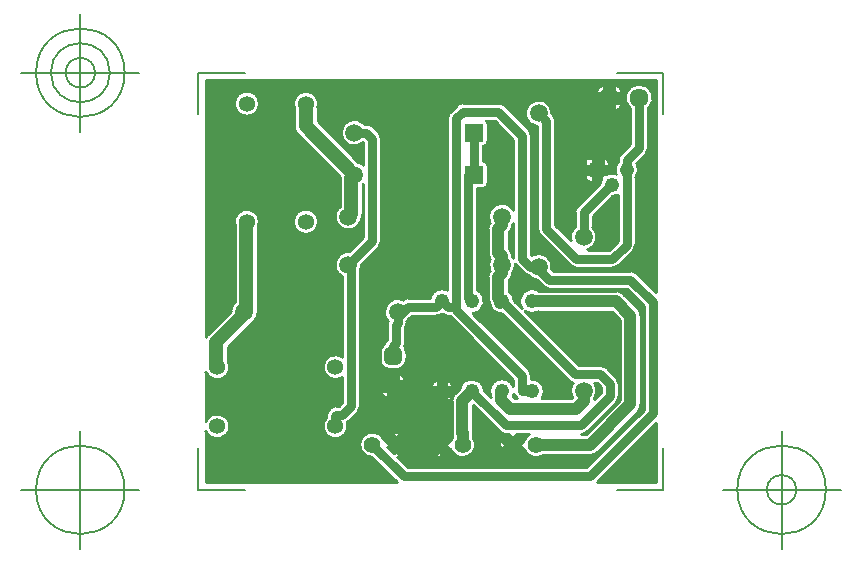
<source format=gbr>
G04 Generated by Ultiboard 14.1 *
%FSLAX33Y33*%
%MOMM*%

%ADD10C,0.001*%
%ADD11C,0.254*%
%ADD12C,1.219*%
%ADD13C,0.762*%
%ADD14C,1.016*%
%ADD15C,0.127*%
%ADD16C,1.356*%
%ADD17R,0.529X0.529*%
%ADD18C,0.995*%
%ADD19C,1.609*%
%ADD20C,1.400*%
%ADD21C,1.500*%
%ADD22C,1.245*%
%ADD23R,1.245X1.245*%
%ADD24R,1.500X1.500*%


G04 ColorRGB 0000FF for the following layer *
%LNCopper Bottom*%
%LPD*%
G54D10*
G36*
X53633Y46432D02*
G75*
D01*
G02X55703Y46218I1021J-242*
G01*
X55703Y46218D01*
X56257Y45664D01*
X56257Y45718D01*
G75*
D01*
G02X58162Y46594I937J472*
G01*
X58162Y46594D01*
X58162Y47181D01*
X55457Y49886D01*
X54577Y50767D01*
X54577Y50767D01*
X54577Y50767D01*
X54577Y50767D01*
X54577Y50767D01*
X54577Y50767D01*
X52799Y52545D01*
G74*
D01*
G02X52770Y52574I541J541*
G01*
X52770Y52574D01*
X52584Y52574D01*
G75*
D01*
G02X52495Y52579I0J766*
G01*
G74*
D01*
G02X52114Y52736I89J761*
G01*
G74*
D01*
G02X51906Y52621I470J604*
G01*
G75*
D01*
G02X51643Y52574I-262J719*
G01*
X51643Y52574D01*
X49593Y52574D01*
X49385Y52366D01*
G74*
D01*
G02X49334Y52320I542J541*
G01*
G74*
D01*
G02X49133Y52075I966J587*
G01*
X49133Y52075D01*
X49133Y51924D01*
G75*
D01*
G02X49026Y51532I-765J0*
G01*
X49026Y51532D01*
X49026Y50292D01*
G75*
D01*
G02X48952Y49964I-766J0*
G01*
G74*
D01*
G02X49122Y49444I713J520*
G01*
X49122Y49444D01*
X49122Y48915D01*
G75*
D01*
G02X48239Y48032I-883J0*
G01*
X48239Y48032D01*
X47710Y48032D01*
G75*
D01*
G02X46827Y48915I0J883*
G01*
X46827Y48915D01*
X46827Y49444D01*
G74*
D01*
G02X47230Y50185I883J0*
G01*
G74*
D01*
G02X47433Y50548I745J178*
G01*
X47433Y50548D01*
X47494Y50609D01*
X47494Y51815D01*
G75*
D01*
G02X47557Y52119I766J1*
G01*
G75*
D01*
G02X48810Y53948I811J788*
G01*
G74*
D01*
G02X48991Y54051I466J608*
G01*
G75*
D01*
G02X49276Y54106I285J-711*
G01*
X49276Y54106D01*
X51107Y54106D01*
G75*
D01*
G02X52574Y54753I1007J-296*
G01*
X52574Y54753D01*
X52574Y69297D01*
G75*
D01*
G02X52799Y69840I766J1*
G01*
X52799Y69840D01*
X53350Y70391D01*
G74*
D01*
G02X53474Y70492I542J541*
G01*
G75*
D01*
G02X53892Y70616I418J-642*
G01*
X53892Y70616D01*
X56896Y70616D01*
G74*
D01*
G02X57438Y70391I0J766*
G01*
X57438Y70391D01*
X59469Y68360D01*
G74*
D01*
G02X59694Y67818I541J542*
G01*
X59694Y67818D01*
X59694Y57721D01*
X59715Y57700D01*
G75*
D01*
G02X61404Y56519I577J-973*
G01*
X61404Y56519D01*
X61531Y56392D01*
X68071Y56392D01*
G75*
D01*
G02X68286Y56361I1J-766*
G01*
G74*
D01*
G02X68614Y56167I214J735*
G01*
X68614Y56167D01*
X70230Y54551D01*
X70230Y72521D01*
X32133Y72521D01*
X32133Y50802D01*
G74*
D01*
G02X32316Y51055I887J451*
G01*
X32316Y51055D01*
X34239Y52977D01*
G74*
D01*
G02X34565Y53703I1129J70*
G01*
X34565Y53703D01*
X34565Y60311D01*
G75*
D01*
G02X36555Y60076I1035J221*
G01*
X36555Y60076D01*
X36555Y52891D01*
G75*
D01*
G02X36263Y52186I-995J0*
G01*
X36263Y52186D01*
X34015Y49938D01*
X34015Y48752D01*
G75*
D01*
G02X32133Y47789I-915J-532*
G01*
X32133Y47789D01*
X32133Y43651D01*
G75*
D01*
G02X32133Y42789I967J-431*
G01*
X32133Y42789D01*
X32133Y38483D01*
X48318Y38483D01*
X46226Y40575D01*
G75*
D01*
G02X47228Y42067I2J1081*
G01*
G74*
D01*
G02X47242Y42100I1000J411*
G01*
X47242Y42100D01*
X47686Y41656D01*
X47498Y41468D01*
X48040Y40926D01*
X48228Y41114D01*
X48672Y40670D01*
G74*
D01*
G02X48381Y40586I444J986*
G01*
X48381Y40586D01*
X49212Y39755D01*
X64326Y39755D01*
X69211Y44640D01*
X69211Y53404D01*
X67755Y54860D01*
X61214Y54860D01*
G75*
D01*
G02X61015Y54887I0J766*
G01*
G74*
D01*
G02X60673Y55085I199J739*
G01*
X60673Y55085D01*
X60153Y55605D01*
G74*
D01*
G02X59444Y55978I139J1122*
G01*
G74*
D01*
G02X59064Y56185I161J749*
G01*
X59064Y56185D01*
X58387Y56863D01*
G74*
D01*
G02X58326Y56930I541J541*
G01*
G75*
D01*
G02X58089Y56202I-1130J-34*
G01*
X58089Y56202D01*
X58089Y56180D01*
G75*
D01*
G02X57827Y55548I-893J0*
G01*
X57827Y55548D01*
X57789Y55510D01*
X57789Y54674D01*
G74*
D01*
G02X58243Y53844I595J864*
G01*
X58243Y53844D01*
X58865Y53222D01*
G75*
D01*
G02X60284Y54703I869J588*
G01*
X60284Y54703D01*
X66839Y54703D01*
G75*
D01*
G02X67048Y54679I1J-893*
G01*
G74*
D01*
G02X67472Y54441I208J869*
G01*
X67472Y54441D01*
X68703Y53210D01*
G74*
D01*
G02X68965Y52578I631J632*
G01*
X68965Y52578D01*
X68965Y45067D01*
G75*
D01*
G02X68703Y44435I-893J0*
G01*
X68703Y44435D01*
X65287Y41019D01*
G74*
D01*
G02X64655Y40757I632J631*
G01*
X64655Y40757D01*
X60692Y40757D01*
G75*
D01*
G02X59083Y41240I-609J893*
G01*
G74*
D01*
G02X59069Y41206I1000J410*
G01*
X59069Y41206D01*
X58625Y41650D01*
X59069Y42094D01*
G74*
D01*
G02X59083Y42061I986J444*
G01*
G74*
D01*
G02X59471Y42541I1000J411*
G01*
X59471Y42541D01*
X58432Y42541D01*
X58083Y42192D01*
X57734Y42541D01*
X57531Y42541D01*
G75*
D01*
G02X57386Y42555I0J766*
G01*
G74*
D01*
G02X56990Y42766I145J752*
G01*
X56990Y42766D01*
X54741Y45014D01*
X54741Y42823D01*
G74*
D01*
G02X54757Y42656I877J167*
G01*
X54757Y42656D01*
X54757Y42259D01*
G75*
D01*
G02X52864Y41240I-893J-609*
G01*
G74*
D01*
G02X52850Y41206I1000J410*
G01*
X52850Y41206D01*
X52406Y41650D01*
X52850Y42094D01*
G74*
D01*
G02X52864Y42061I986J444*
G01*
G74*
D01*
G02X52970Y42259I1000J411*
G01*
X52970Y42259D01*
X52970Y42505D01*
G75*
D01*
G02X52955Y42673I878J167*
G01*
X52955Y42673D01*
X52955Y45383D01*
G75*
D01*
G02X52981Y45599I893J1*
G01*
G74*
D01*
G02X52486Y45209I867J591*
G01*
X52486Y45209D01*
X52486Y45818D01*
X53067Y45818D01*
G74*
D01*
G02X53216Y46016I781J434*
G01*
X53216Y46016D01*
X53633Y46432D01*
D02*
G37*
%LPC*%
G36*
X61726Y69088D02*
X61726Y69088D01*
X61726Y60261D01*
X63013Y58974D01*
G75*
D01*
G02X63345Y60079I1098J272*
G01*
X63345Y60079D01*
X63345Y61348D01*
G75*
D01*
G02X63569Y61892I766J2*
G01*
X63569Y61892D01*
X65505Y63828D01*
G74*
D01*
G02X65582Y64081I991J162*
G01*
X65582Y64081D01*
X65582Y64579D01*
X66081Y64579D01*
G75*
D01*
G02X66814Y64617I415J-913*
G01*
G75*
D01*
G02X66991Y65573I952J319*
G01*
X66991Y65573D01*
X66991Y65741D01*
G75*
D01*
G02X67215Y66283I765J1*
G01*
X67215Y66283D01*
X68068Y67136D01*
X68068Y70101D01*
G75*
D01*
G02X69600Y70126I751J918*
G01*
X69600Y70126D01*
X69600Y66819D01*
G75*
D01*
G02X69375Y66277I-766J0*
G01*
X69375Y66277D01*
X68596Y65499D01*
G75*
D01*
G02X68522Y64277I-830J-563*
G01*
X68522Y64277D01*
X68522Y61717D01*
X68522Y61717D01*
X68522Y58612D01*
G75*
D01*
G02X68297Y58070I-766J0*
G01*
X68297Y58070D01*
X67090Y56863D01*
G74*
D01*
G02X66628Y56642I542J541*
G01*
G75*
D01*
G02X66548Y56638I-80J762*
G01*
X66548Y56638D01*
X63500Y56638D01*
G75*
D01*
G02X63396Y56645I0J766*
G01*
G74*
D01*
G02X62959Y56863I104J759*
G01*
X62959Y56863D01*
X60419Y59403D01*
G75*
D01*
G02X60194Y59946I541J541*
G01*
X60194Y59946D01*
X60194Y68600D01*
G75*
D01*
G02X61423Y69698I98J1127*
G01*
G74*
D01*
G02X61726Y69088I463J610*
G01*
D02*
G37*
G36*
X44671Y58453D02*
X44671Y58453D01*
X45462Y59245D01*
X45462Y63677D01*
G74*
D01*
G02X45445Y63662I758J839*
G01*
X45445Y63662D01*
X45445Y61214D01*
G75*
D01*
G02X45293Y60685I-995J0*
G01*
G75*
D01*
G02X43455Y61814I-1097J275*
G01*
X43455Y61814D01*
X43455Y64260D01*
G75*
D01*
G02X43459Y64353I995J2*
G01*
X43459Y64353D01*
X39896Y67916D01*
G75*
D01*
G02X39605Y68621I704J704*
G01*
X39605Y68621D01*
X39605Y70171D01*
G75*
D01*
G02X41595Y70171I995J361*
G01*
X41595Y70171D01*
X41595Y69032D01*
X45028Y65600D01*
G74*
D01*
G02X45462Y65355I324J1084*
G01*
X45462Y65355D01*
X45462Y67233D01*
G75*
D01*
G02X45536Y68838I-758J839*
G01*
X45536Y68838D01*
X45720Y68838D01*
G74*
D01*
G02X46262Y68613I0J766*
G01*
X46262Y68613D01*
X46769Y68106D01*
G74*
D01*
G02X46994Y67564I541J542*
G01*
X46994Y67564D01*
X46994Y58928D01*
G75*
D01*
G02X46769Y58386I-766J0*
G01*
X46769Y58386D01*
X45753Y57371D01*
X45753Y57371D01*
X45753Y57371D01*
X45326Y56943D01*
G75*
D01*
G02X45216Y56407I-1130J-47*
G01*
X45216Y56407D01*
X45216Y44958D01*
G75*
D01*
G02X44991Y44416I-766J0*
G01*
X44991Y44416D01*
X44230Y43655D01*
G74*
D01*
G02X44105Y43554I542J541*
G01*
G75*
D01*
G02X42334Y43951I-1005J-334*
G01*
X42334Y43951D01*
X42334Y44115D01*
G75*
D01*
G02X42559Y44657I766J1*
G01*
X42559Y44657D01*
X42639Y44737D01*
G74*
D01*
G02X42975Y44934I541J541*
G01*
G75*
D01*
G02X43180Y44962I205J-738*
G01*
X43180Y44962D01*
X43371Y44962D01*
X43684Y45275D01*
X43684Y47337D01*
G75*
D01*
G02X43684Y49103I-584J883*
G01*
X43684Y49103D01*
X43684Y55887D01*
G75*
D01*
G02X44243Y58026I512J1009*
G01*
X44243Y58026D01*
X44671Y58453D01*
X44671Y58453D01*
D02*
G37*
G36*
X64220Y64314D02*
X64220Y64314D01*
X64220Y64579D01*
X64869Y64579D01*
X64869Y63931D01*
X64603Y63931D01*
G75*
D01*
G02X64220Y64314I0J383*
G01*
D02*
G37*
G36*
X66231Y65558D02*
X66231Y65558D01*
X66231Y65292D01*
X65582Y65292D01*
X65582Y65941D01*
X65848Y65941D01*
G74*
D01*
G02X66231Y65558I0J383*
G01*
D02*
G37*
G36*
X64603Y65941D02*
X64603Y65941D01*
X64869Y65941D01*
X64869Y65292D01*
X64220Y65292D01*
X64220Y65558D01*
G75*
D01*
G02X64603Y65941I383J0*
G01*
D02*
G37*
G36*
X64781Y64936D02*
G75*
D01*
G02X64781Y64936I445J0*
G01*
D02*
G37*
G36*
X65143Y70612D02*
X65143Y70612D01*
X65872Y70612D01*
X65872Y69883D01*
G74*
D01*
G02X65143Y70612I142J871*
G01*
D02*
G37*
G36*
X66686Y69883D02*
X66686Y69883D01*
X66686Y70612D01*
X67415Y70612D01*
G74*
D01*
G02X66686Y69883I871J142*
G01*
D02*
G37*
G36*
X65872Y72154D02*
X65872Y72154D01*
X65872Y71425D01*
X65143Y71425D01*
G74*
D01*
G02X65872Y72154I871J142*
G01*
D02*
G37*
G36*
X65782Y71019D02*
G75*
D01*
G02X65782Y71019I497J0*
G01*
D02*
G37*
G36*
X67415Y71425D02*
X67415Y71425D01*
X66686Y71425D01*
X66686Y72154D01*
G74*
D01*
G02X67415Y71425I142J871*
G01*
D02*
G37*
G36*
X57097Y42094D02*
X57097Y42094D01*
X57541Y41650D01*
X57097Y41206D01*
G75*
D01*
G02X57097Y42094I986J444*
G01*
D02*
G37*
G36*
X58527Y40664D02*
G75*
D01*
G02X57639Y40664I-444J986*
G01*
X57639Y40664D01*
X58083Y41108D01*
X58527Y40664D01*
D02*
G37*
G36*
X57683Y41650D02*
G75*
D01*
G02X57683Y41650I400J0*
G01*
D02*
G37*
G36*
X34541Y70532D02*
G75*
D01*
G02X34541Y70532I1059J0*
G01*
D02*
G37*
G36*
X39541Y60532D02*
G75*
D01*
G02X39541Y60532I1059J0*
G01*
D02*
G37*
G36*
X47828Y41656D02*
G75*
D01*
G02X47828Y41656I400J0*
G01*
D02*
G37*
G36*
X49214Y42100D02*
G75*
D01*
G02X49214Y41212I-986J-444*
G01*
X49214Y41212D01*
X48770Y41656D01*
X49214Y42100D01*
D02*
G37*
G36*
X47784Y42642D02*
G75*
D01*
G02X48672Y42642I444J-986*
G01*
X48672Y42642D01*
X48228Y42198D01*
X47784Y42642D01*
D02*
G37*
G36*
X48395Y47748D02*
G74*
D01*
G02X49083Y47060I420J1109*
G01*
X49083Y47060D01*
X48395Y47060D01*
X48395Y47748D01*
D02*
G37*
G36*
X49083Y46219D02*
G74*
D01*
G02X48395Y45531I1108J420*
G01*
X48395Y45531D01*
X48395Y46219D01*
X49083Y46219D01*
D02*
G37*
G36*
X46866Y47060D02*
G74*
D01*
G02X47554Y47748I1109J421*
G01*
X47554Y47748D01*
X47554Y47060D01*
X46866Y47060D01*
D02*
G37*
G36*
X47530Y46639D02*
G75*
D01*
G02X47530Y46639I445J0*
G01*
D02*
G37*
G36*
X47554Y45531D02*
G74*
D01*
G02X46866Y46219I421J1108*
G01*
X46866Y46219D01*
X47554Y46219D01*
X47554Y45531D01*
D02*
G37*
G36*
X51420Y42636D02*
G75*
D01*
G02X52307Y42636I444J-986*
G01*
X52307Y42636D01*
X51864Y42192D01*
X51420Y42636D01*
D02*
G37*
G36*
X52486Y47171D02*
G74*
D01*
G02X53095Y46562I372J981*
G01*
X53095Y46562D01*
X52486Y46562D01*
X52486Y47171D01*
D02*
G37*
G36*
X51133Y46562D02*
G74*
D01*
G02X51742Y47171I981J372*
G01*
X51742Y47171D01*
X51742Y46562D01*
X51133Y46562D01*
D02*
G37*
G36*
X51742Y45209D02*
G74*
D01*
G02X51133Y45818I372J981*
G01*
X51133Y45818D01*
X51742Y45818D01*
X51742Y45209D01*
D02*
G37*
G36*
X51669Y46190D02*
G75*
D01*
G02X51669Y46190I445J0*
G01*
D02*
G37*
G36*
X50878Y42094D02*
X50878Y42094D01*
X51322Y41650D01*
X50878Y41206D01*
G75*
D01*
G02X50878Y42094I986J444*
G01*
D02*
G37*
G36*
X52307Y40664D02*
G75*
D01*
G02X51420Y40664I-443J986*
G01*
X51420Y40664D01*
X51864Y41108D01*
X52307Y40664D01*
D02*
G37*
G36*
X51464Y41650D02*
G75*
D01*
G02X51464Y41650I400J0*
G01*
D02*
G37*
%LPD*%
G36*
X56176Y60472D02*
G75*
D01*
G02X58162Y61548I1020J488*
G01*
X58162Y61548D01*
X58162Y67501D01*
X56579Y69084D01*
X55893Y69084D01*
G74*
D01*
G02X55997Y68822I279J262*
G01*
X55997Y68822D01*
X55997Y67322D01*
G75*
D01*
G02X55630Y66939I-383J0*
G01*
X55630Y66939D01*
X55630Y65649D01*
G74*
D01*
G02X55997Y65266I16J383*
G01*
X55997Y65266D01*
X55997Y63766D01*
G75*
D01*
G02X55614Y63383I-383J0*
G01*
X55614Y63383D01*
X55122Y63383D01*
X55122Y54749D01*
G75*
D01*
G02X54744Y52765I-468J-939*
G01*
X54744Y52765D01*
X55367Y52142D01*
X55367Y52142D01*
X55659Y51849D01*
X55659Y51849D01*
X55659Y51849D01*
X59469Y48040D01*
G74*
D01*
G02X59694Y47498I541J542*
G01*
X59694Y47498D01*
X59694Y47239D01*
G75*
D01*
G02X60600Y45597I40J-1049*
G01*
X60600Y45597D01*
X63112Y45597D01*
X63155Y45641D01*
G75*
D01*
G02X63181Y46890I956J605*
G01*
G74*
D01*
G02X62831Y47090I191J741*
G01*
X62831Y47090D01*
X57160Y52761D01*
G74*
D01*
G02X57046Y52771I34J1049*
G01*
G74*
D01*
G02X56157Y53606I2J894*
G01*
G75*
D01*
G02X56003Y54109I739J502*
G01*
X56003Y54109D01*
X56003Y55878D01*
G75*
D01*
G02X56176Y56408I893J2*
G01*
G75*
D01*
G02X56176Y57384I1020J488*
G01*
G75*
D01*
G02X56003Y57913I720J528*
G01*
X56003Y57913D01*
X56003Y59942D01*
G75*
D01*
G02X56176Y60472I893J2*
G01*
D02*
G37*
G36*
X60284Y52917D02*
G75*
D01*
G02X59146Y52941I-550J893*
G01*
X59146Y52941D01*
X63690Y48397D01*
X65529Y48397D01*
G74*
D01*
G02X66071Y48172I0J766*
G01*
X66071Y48172D01*
X66869Y47374D01*
G74*
D01*
G02X67094Y46832I541J542*
G01*
X67094Y46832D01*
X67094Y45754D01*
G75*
D01*
G02X66869Y45212I-766J0*
G01*
X66869Y45212D01*
X64423Y42766D01*
G74*
D01*
G02X64152Y42591I542J541*
G01*
G74*
D01*
G02X63938Y42543I271J716*
G01*
X63938Y42543D01*
X64285Y42543D01*
X67179Y45437D01*
X67179Y52208D01*
X66470Y52917D01*
X60284Y52917D01*
D02*
G37*
G36*
X65220Y38483D02*
X65220Y38483D01*
X70230Y38483D01*
X70230Y43493D01*
X65220Y38483D01*
D02*
G37*
G36*
X66506Y62663D02*
X66506Y62663D01*
X65561Y61717D01*
X64876Y61033D01*
X64876Y60079D01*
G75*
D01*
G02X64457Y58170I-765J-833*
G01*
X64457Y58170D01*
X66231Y58170D01*
X66991Y58930D01*
X66991Y61717D01*
X66991Y61717D01*
X66991Y62793D01*
G74*
D01*
G02X66506Y62663I495J873*
G01*
D02*
G37*
G36*
X57827Y58244D02*
G74*
D01*
G02X58089Y57612I631J632*
G01*
X58089Y57612D01*
X58089Y57590D01*
G74*
D01*
G02X58162Y57484I893J694*
G01*
X58162Y57484D01*
X58162Y60372D01*
G74*
D01*
G02X58089Y60266I966J588*
G01*
X58089Y60266D01*
X58089Y60244D01*
G75*
D01*
G02X57827Y59612I-893J0*
G01*
X57827Y59612D01*
X57789Y59574D01*
X57789Y58282D01*
X57827Y58244D01*
D02*
G37*
G36*
X65004Y45553D02*
X65004Y45553D01*
X65004Y45513D01*
X65563Y46071D01*
X65563Y46515D01*
X65212Y46866D01*
X65057Y46866D01*
G75*
D01*
G02X65004Y45553I-946J-620*
G01*
D02*
G37*
G36*
X58141Y45738D02*
X58141Y45738D01*
X58282Y45597D01*
X58481Y45597D01*
G74*
D01*
G02X58425Y45649I485J593*
G01*
X58425Y45649D01*
X58387Y45687D01*
G74*
D01*
G02X58215Y45949I541J541*
G01*
G74*
D01*
G02X58141Y45738I1021J241*
G01*
D02*
G37*
G54D11*
X66506Y62663D02*
X65561Y61717D01*
X64876Y61033D01*
X64876Y60079D01*
G75*
D01*
G02X64457Y58170I-765J-833*
G01*
X66231Y58170D01*
X66991Y58930D01*
X66991Y61717D01*
X66991Y61717D01*
X66991Y62793D01*
G74*
D01*
G02X66506Y62663I495J873*
G01*
X56176Y60472D02*
G75*
D01*
G02X58162Y61548I1020J488*
G01*
X58162Y67501D01*
X56579Y69084D01*
X55893Y69084D01*
G74*
D01*
G02X55997Y68822I279J262*
G01*
X55997Y67322D01*
G75*
D01*
G02X55630Y66939I-383J0*
G01*
X55630Y65649D01*
G74*
D01*
G02X55997Y65266I16J383*
G01*
X55997Y63766D01*
G75*
D01*
G02X55614Y63383I-383J0*
G01*
X55122Y63383D01*
X55122Y54749D01*
G75*
D01*
G02X54744Y52765I-468J-939*
G01*
X55367Y52142D01*
X55367Y52142D01*
X55659Y51849D01*
X55659Y51849D01*
X59469Y48040D01*
G74*
D01*
G02X59694Y47498I541J542*
G01*
X59694Y47239D01*
G75*
D01*
G02X60600Y45597I40J-1049*
G01*
X63112Y45597D01*
X63155Y45641D01*
G75*
D01*
G02X63181Y46890I956J605*
G01*
G74*
D01*
G02X62831Y47090I191J741*
G01*
X57160Y52761D01*
G74*
D01*
G02X57046Y52771I34J1049*
G01*
G74*
D01*
G02X56157Y53606I2J894*
G01*
G75*
D01*
G02X56003Y54109I739J502*
G01*
X56003Y55878D01*
G75*
D01*
G02X56176Y56408I893J2*
G01*
G75*
D01*
G02X56176Y57384I1020J488*
G01*
G75*
D01*
G02X56003Y57913I720J528*
G01*
X56003Y59942D01*
G75*
D01*
G02X56176Y60472I893J2*
G01*
X65004Y45553D02*
X65004Y45513D01*
X65563Y46071D01*
X65563Y46515D01*
X65212Y46866D01*
X65057Y46866D01*
G75*
D01*
G02X65004Y45553I-946J-620*
G01*
X61726Y69088D02*
X61726Y60261D01*
X63013Y58974D01*
G75*
D01*
G02X63345Y60079I1098J272*
G01*
X63345Y61348D01*
G75*
D01*
G02X63569Y61892I766J2*
G01*
X65505Y63828D01*
G74*
D01*
G02X65582Y64081I991J162*
G01*
X65582Y64579D01*
X66081Y64579D01*
G75*
D01*
G02X66814Y64617I415J-913*
G01*
G75*
D01*
G02X66991Y65573I952J319*
G01*
X66991Y65741D01*
G75*
D01*
G02X67215Y66283I765J1*
G01*
X68068Y67136D01*
X68068Y70101D01*
G75*
D01*
G02X69600Y70126I751J918*
G01*
X69600Y66819D01*
G75*
D01*
G02X69375Y66277I-766J0*
G01*
X68596Y65499D01*
G75*
D01*
G02X68522Y64277I-830J-563*
G01*
X68522Y61717D01*
X68522Y61717D01*
X68522Y58612D01*
G75*
D01*
G02X68297Y58070I-766J0*
G01*
X67090Y56863D01*
G74*
D01*
G02X66628Y56642I542J541*
G01*
G75*
D01*
G02X66548Y56638I-80J762*
G01*
X63500Y56638D01*
G75*
D01*
G02X63396Y56645I0J766*
G01*
G74*
D01*
G02X62959Y56863I104J759*
G01*
X60419Y59403D01*
G75*
D01*
G02X60194Y59946I541J541*
G01*
X60194Y68600D01*
G75*
D01*
G02X61423Y69698I98J1127*
G01*
G74*
D01*
G02X61726Y69088I463J610*
G01*
X44671Y58453D02*
X45462Y59245D01*
X45462Y63677D01*
G74*
D01*
G02X45445Y63662I758J839*
G01*
X45445Y61214D01*
G75*
D01*
G02X45293Y60685I-995J0*
G01*
G75*
D01*
G02X43455Y61814I-1097J275*
G01*
X43455Y64260D01*
G75*
D01*
G02X43459Y64353I995J2*
G01*
X39896Y67916D01*
G75*
D01*
G02X39605Y68621I704J704*
G01*
X39605Y70171D01*
G75*
D01*
G02X41595Y70171I995J361*
G01*
X41595Y69032D01*
X45028Y65600D01*
G74*
D01*
G02X45462Y65355I324J1084*
G01*
X45462Y67233D01*
G75*
D01*
G02X45536Y68838I-758J839*
G01*
X45720Y68838D01*
G74*
D01*
G02X46262Y68613I0J766*
G01*
X46769Y68106D01*
G74*
D01*
G02X46994Y67564I541J542*
G01*
X46994Y58928D01*
G75*
D01*
G02X46769Y58386I-766J0*
G01*
X45753Y57371D01*
X45753Y57371D01*
X45326Y56943D01*
G75*
D01*
G02X45216Y56407I-1130J-47*
G01*
X45216Y44958D01*
G75*
D01*
G02X44991Y44416I-766J0*
G01*
X44230Y43655D01*
G74*
D01*
G02X44105Y43554I542J541*
G01*
G75*
D01*
G02X42334Y43951I-1005J-334*
G01*
X42334Y44115D01*
G75*
D01*
G02X42559Y44657I766J1*
G01*
X42639Y44737D01*
G74*
D01*
G02X42975Y44934I541J541*
G01*
G75*
D01*
G02X43180Y44962I205J-738*
G01*
X43371Y44962D01*
X43684Y45275D01*
X43684Y47337D01*
G75*
D01*
G02X43684Y49103I-584J883*
G01*
X43684Y55887D01*
G75*
D01*
G02X44243Y58026I512J1009*
G01*
X44671Y58453D01*
X44671Y58453D01*
X64220Y64314D02*
X64220Y64579D01*
X64869Y64579D01*
X64869Y63931D01*
X64603Y63931D01*
G75*
D01*
G02X64220Y64314I0J383*
G01*
X66231Y65558D02*
X66231Y65292D01*
X65582Y65292D01*
X65582Y65941D01*
X65848Y65941D01*
G74*
D01*
G02X66231Y65558I0J383*
G01*
X64603Y65941D02*
X64869Y65941D01*
X64869Y65292D01*
X64220Y65292D01*
X64220Y65558D01*
G75*
D01*
G02X64603Y65941I383J0*
G01*
X64781Y64936D02*
G75*
D01*
G02X64781Y64936I445J0*
G01*
X65143Y70612D02*
X65872Y70612D01*
X65872Y69883D01*
G74*
D01*
G02X65143Y70612I142J871*
G01*
X66686Y69883D02*
X66686Y70612D01*
X67415Y70612D01*
G74*
D01*
G02X66686Y69883I871J142*
G01*
X65872Y72154D02*
X65872Y71425D01*
X65143Y71425D01*
G74*
D01*
G02X65872Y72154I871J142*
G01*
X65782Y71019D02*
G75*
D01*
G02X65782Y71019I497J0*
G01*
X67415Y71425D02*
X66686Y71425D01*
X66686Y72154D01*
G74*
D01*
G02X67415Y71425I142J871*
G01*
X57097Y42094D02*
X57541Y41650D01*
X57097Y41206D01*
G75*
D01*
G02X57097Y42094I986J444*
G01*
X58527Y40664D02*
G75*
D01*
G02X57639Y40664I-444J986*
G01*
X58083Y41108D01*
X58527Y40664D01*
X57683Y41650D02*
G75*
D01*
G02X57683Y41650I400J0*
G01*
X34541Y70532D02*
G75*
D01*
G02X34541Y70532I1059J0*
G01*
X39541Y60532D02*
G75*
D01*
G02X39541Y60532I1059J0*
G01*
X47828Y41656D02*
G75*
D01*
G02X47828Y41656I400J0*
G01*
X49214Y42100D02*
G75*
D01*
G02X49214Y41212I-986J-444*
G01*
X48770Y41656D01*
X49214Y42100D01*
X47784Y42642D02*
G75*
D01*
G02X48672Y42642I444J-986*
G01*
X48228Y42198D01*
X47784Y42642D01*
X48395Y47748D02*
G74*
D01*
G02X49083Y47060I420J1109*
G01*
X48395Y47060D01*
X48395Y47748D01*
X49083Y46219D02*
G74*
D01*
G02X48395Y45531I1108J420*
G01*
X48395Y46219D01*
X49083Y46219D01*
X46866Y47060D02*
G74*
D01*
G02X47554Y47748I1109J421*
G01*
X47554Y47060D01*
X46866Y47060D01*
X47530Y46639D02*
G75*
D01*
G02X47530Y46639I445J0*
G01*
X47554Y45531D02*
G74*
D01*
G02X46866Y46219I421J1108*
G01*
X47554Y46219D01*
X47554Y45531D01*
X51420Y42636D02*
G75*
D01*
G02X52307Y42636I444J-986*
G01*
X51864Y42192D01*
X51420Y42636D01*
X52486Y47171D02*
G74*
D01*
G02X53095Y46562I372J981*
G01*
X52486Y46562D01*
X52486Y47171D01*
X51133Y46562D02*
G74*
D01*
G02X51742Y47171I981J372*
G01*
X51742Y46562D01*
X51133Y46562D01*
X51742Y45209D02*
G74*
D01*
G02X51133Y45818I372J981*
G01*
X51742Y45818D01*
X51742Y45209D01*
X51669Y46190D02*
G75*
D01*
G02X51669Y46190I445J0*
G01*
X50878Y42094D02*
X51322Y41650D01*
X50878Y41206D01*
G75*
D01*
G02X50878Y42094I986J444*
G01*
X52307Y40664D02*
G75*
D01*
G02X51420Y40664I-443J986*
G01*
X51864Y41108D01*
X52307Y40664D01*
X51464Y41650D02*
G75*
D01*
G02X51464Y41650I400J0*
G01*
X53633Y46432D02*
G75*
D01*
G02X55703Y46218I1021J-242*
G01*
X56257Y45664D01*
X56257Y45718D01*
G75*
D01*
G02X58162Y46594I937J472*
G01*
X58162Y47181D01*
X55457Y49886D01*
X54577Y50767D01*
X54577Y50767D01*
X52799Y52545D01*
G74*
D01*
G02X52770Y52574I541J541*
G01*
X52584Y52574D01*
G75*
D01*
G02X52495Y52579I0J766*
G01*
G74*
D01*
G02X52114Y52736I89J761*
G01*
G74*
D01*
G02X51906Y52621I470J604*
G01*
G75*
D01*
G02X51643Y52574I-262J719*
G01*
X49593Y52574D01*
X49385Y52366D01*
G74*
D01*
G02X49334Y52320I542J541*
G01*
G74*
D01*
G02X49133Y52075I966J587*
G01*
X49133Y51924D01*
G75*
D01*
G02X49026Y51532I-765J0*
G01*
X49026Y50292D01*
G75*
D01*
G02X48952Y49964I-766J0*
G01*
G74*
D01*
G02X49122Y49444I713J520*
G01*
X49122Y48915D01*
G75*
D01*
G02X48239Y48032I-883J0*
G01*
X47710Y48032D01*
G75*
D01*
G02X46827Y48915I0J883*
G01*
X46827Y49444D01*
G74*
D01*
G02X47230Y50185I883J0*
G01*
G74*
D01*
G02X47433Y50548I745J178*
G01*
X47494Y50609D01*
X47494Y51815D01*
G75*
D01*
G02X47557Y52119I766J1*
G01*
G75*
D01*
G02X48810Y53948I811J788*
G01*
G74*
D01*
G02X48991Y54051I466J608*
G01*
G75*
D01*
G02X49276Y54106I285J-711*
G01*
X51107Y54106D01*
G75*
D01*
G02X52574Y54753I1007J-296*
G01*
X52574Y69297D01*
G75*
D01*
G02X52799Y69840I766J1*
G01*
X53350Y70391D01*
G74*
D01*
G02X53474Y70492I542J541*
G01*
G75*
D01*
G02X53892Y70616I418J-642*
G01*
X56896Y70616D01*
G74*
D01*
G02X57438Y70391I0J766*
G01*
X59469Y68360D01*
G74*
D01*
G02X59694Y67818I541J542*
G01*
X59694Y57721D01*
X59715Y57700D01*
G75*
D01*
G02X61404Y56519I577J-973*
G01*
X61531Y56392D01*
X68071Y56392D01*
G75*
D01*
G02X68286Y56361I1J-766*
G01*
G74*
D01*
G02X68614Y56167I214J735*
G01*
X70230Y54551D01*
X70230Y72521D01*
X32133Y72521D01*
X32133Y50802D01*
G74*
D01*
G02X32316Y51055I887J451*
G01*
X34239Y52977D01*
G74*
D01*
G02X34565Y53703I1129J70*
G01*
X34565Y60311D01*
G75*
D01*
G02X36555Y60076I1035J221*
G01*
X36555Y52891D01*
G75*
D01*
G02X36263Y52186I-995J0*
G01*
X34015Y49938D01*
X34015Y48752D01*
G75*
D01*
G02X32133Y47789I-915J-532*
G01*
X32133Y43651D01*
G75*
D01*
G02X32133Y42789I967J-431*
G01*
X32133Y38483D01*
X48318Y38483D01*
X46226Y40575D01*
G75*
D01*
G02X47228Y42067I2J1081*
G01*
G74*
D01*
G02X47242Y42100I1000J411*
G01*
X47686Y41656D01*
X47498Y41468D01*
X48040Y40926D01*
X48228Y41114D01*
X48672Y40670D01*
G74*
D01*
G02X48381Y40586I444J986*
G01*
X49212Y39755D01*
X64326Y39755D01*
X69211Y44640D01*
X69211Y53404D01*
X67755Y54860D01*
X61214Y54860D01*
G75*
D01*
G02X61015Y54887I0J766*
G01*
G74*
D01*
G02X60673Y55085I199J739*
G01*
X60153Y55605D01*
G74*
D01*
G02X59444Y55978I139J1122*
G01*
G74*
D01*
G02X59064Y56185I161J749*
G01*
X58387Y56863D01*
G74*
D01*
G02X58326Y56930I541J541*
G01*
G75*
D01*
G02X58089Y56202I-1130J-34*
G01*
X58089Y56180D01*
G75*
D01*
G02X57827Y55548I-893J0*
G01*
X57789Y55510D01*
X57789Y54674D01*
G74*
D01*
G02X58243Y53844I595J864*
G01*
X58865Y53222D01*
G75*
D01*
G02X60284Y54703I869J588*
G01*
X66839Y54703D01*
G75*
D01*
G02X67048Y54679I1J-893*
G01*
G74*
D01*
G02X67472Y54441I208J869*
G01*
X68703Y53210D01*
G74*
D01*
G02X68965Y52578I631J632*
G01*
X68965Y45067D01*
G75*
D01*
G02X68703Y44435I-893J0*
G01*
X65287Y41019D01*
G74*
D01*
G02X64655Y40757I632J631*
G01*
X60692Y40757D01*
G75*
D01*
G02X59083Y41240I-609J893*
G01*
G74*
D01*
G02X59069Y41206I1000J410*
G01*
X58625Y41650D01*
X59069Y42094D01*
G74*
D01*
G02X59083Y42061I986J444*
G01*
G74*
D01*
G02X59471Y42541I1000J411*
G01*
X58432Y42541D01*
X58083Y42192D01*
X57734Y42541D01*
X57531Y42541D01*
G75*
D01*
G02X57386Y42555I0J766*
G01*
G74*
D01*
G02X56990Y42766I145J752*
G01*
X54741Y45014D01*
X54741Y42823D01*
G74*
D01*
G02X54757Y42656I877J167*
G01*
X54757Y42259D01*
G75*
D01*
G02X52864Y41240I-893J-609*
G01*
G74*
D01*
G02X52850Y41206I1000J410*
G01*
X52406Y41650D01*
X52850Y42094D01*
G74*
D01*
G02X52864Y42061I986J444*
G01*
G74*
D01*
G02X52970Y42259I1000J411*
G01*
X52970Y42505D01*
G75*
D01*
G02X52955Y42673I878J167*
G01*
X52955Y45383D01*
G75*
D01*
G02X52981Y45599I893J1*
G01*
G74*
D01*
G02X52486Y45209I867J591*
G01*
X52486Y45818D01*
X53067Y45818D01*
G74*
D01*
G02X53216Y46016I781J434*
G01*
X53633Y46432D01*
X60284Y52917D02*
G75*
D01*
G02X59146Y52941I-550J893*
G01*
X63690Y48397D01*
X65529Y48397D01*
G74*
D01*
G02X66071Y48172I0J766*
G01*
X66869Y47374D01*
G74*
D01*
G02X67094Y46832I541J542*
G01*
X67094Y45754D01*
G75*
D01*
G02X66869Y45212I-766J0*
G01*
X64423Y42766D01*
G74*
D01*
G02X64152Y42591I542J541*
G01*
G74*
D01*
G02X63938Y42543I271J716*
G01*
X64285Y42543D01*
X67179Y45437D01*
X67179Y52208D01*
X66470Y52917D01*
X60284Y52917D01*
X65220Y38483D02*
X70230Y38483D01*
X70230Y43493D01*
X65220Y38483D01*
X58141Y45738D02*
X58282Y45597D01*
X58481Y45597D01*
G74*
D01*
G02X58425Y45649I485J593*
G01*
X58387Y45687D01*
G74*
D01*
G02X58215Y45949I541J541*
G01*
G74*
D01*
G02X58141Y45738I1021J241*
G01*
X57827Y58244D02*
G74*
D01*
G02X58089Y57612I631J632*
G01*
X58089Y57590D01*
G74*
D01*
G02X58162Y57484I893J694*
G01*
X58162Y60372D01*
G74*
D01*
G02X58089Y60266I966J588*
G01*
X58089Y60244D01*
G75*
D01*
G02X57827Y59612I-893J0*
G01*
X57789Y59574D01*
X57789Y58282D01*
X57827Y58244D01*
G54D12*
X40600Y70532D02*
X40600Y68620D01*
X44704Y64516D01*
X35560Y60492D02*
X35560Y52891D01*
X33020Y50351D01*
X33020Y48280D01*
X44450Y64262D02*
X44450Y61214D01*
X44196Y60960D01*
X44704Y64516D02*
X44450Y64262D01*
G54D13*
X54356Y64516D02*
X54356Y54108D01*
X54654Y53810D01*
X54864Y64516D02*
X54356Y64516D01*
X54864Y68072D02*
X54864Y64516D01*
X52114Y46190D02*
X51816Y45892D01*
X51816Y42672D01*
X52114Y46190D02*
X51346Y46190D01*
X51816Y42672D02*
X51864Y42624D01*
X51864Y41650D01*
X51346Y46190D02*
X51308Y46228D01*
X48386Y46228D01*
X52324Y41190D02*
X51864Y41650D01*
X48386Y46228D02*
X47975Y46639D01*
X52324Y40640D02*
X52324Y41190D01*
X58083Y41650D02*
X58083Y40811D01*
X60931Y69088D02*
X60292Y69727D01*
X60960Y69088D02*
X60931Y69088D01*
X43688Y44196D02*
X43180Y44196D01*
X43100Y44116D01*
X43100Y43220D01*
X45720Y68072D02*
X46228Y67564D01*
X44704Y68072D02*
X45720Y68072D01*
X44450Y44958D02*
X43688Y44196D01*
X44450Y56642D02*
X44450Y44958D01*
X46983Y50631D02*
X46832Y50480D01*
X46832Y50167D01*
X46578Y49913D01*
X46578Y48164D01*
X48469Y46273D01*
X56896Y69850D02*
X58928Y67818D01*
X58928Y67564D01*
X58966Y46190D02*
X59734Y46190D01*
X58928Y46228D02*
X58966Y46190D01*
X58928Y47498D02*
X58928Y46228D01*
X58928Y47498D02*
X55118Y51308D01*
X53340Y53340D02*
X52584Y53340D01*
X52114Y53810D01*
X53892Y69850D02*
X53340Y69298D01*
X56896Y69850D02*
X53892Y69850D01*
X52114Y53810D02*
X51644Y53340D01*
X49276Y53340D01*
X48843Y52907D01*
X48368Y52907D01*
X48368Y51924D01*
X58928Y57404D02*
X58928Y67564D01*
X48368Y51924D02*
X48260Y51816D01*
X48260Y50292D01*
X59605Y56727D02*
X58928Y57404D01*
X60292Y56727D02*
X59605Y56727D01*
X48260Y50292D02*
X47975Y50007D01*
X47975Y49179D01*
X57194Y53810D02*
X63373Y47631D01*
X57531Y43307D02*
X54612Y46226D01*
X63881Y43307D02*
X57531Y43307D01*
X45212Y57912D02*
X44196Y56896D01*
X46228Y58928D02*
X45212Y57912D01*
X46228Y67564D02*
X46228Y58928D01*
X66426Y63666D02*
X64111Y61350D01*
X64111Y59246D01*
X66496Y63666D02*
X66426Y63666D01*
X60960Y59944D02*
X60960Y69088D01*
X66548Y57404D02*
X63500Y57404D01*
X60960Y59944D01*
X67756Y65742D02*
X67756Y58612D01*
X66548Y57404D01*
X66328Y45754D02*
X63881Y43307D01*
X65529Y47631D02*
X66328Y46832D01*
X63373Y47631D02*
X65529Y47631D01*
X66328Y46832D02*
X66328Y45754D01*
X53340Y53086D02*
X55118Y51308D01*
X53340Y69298D02*
X53340Y53086D01*
X68834Y66819D02*
X67756Y65742D01*
X68834Y71004D02*
X68834Y66819D01*
X65532Y70272D02*
X65532Y64936D01*
X66279Y71019D02*
X66279Y71120D01*
X66279Y71019D02*
X65532Y70272D01*
X65532Y64936D02*
X65226Y64936D01*
X46983Y53481D02*
X46983Y50631D01*
X66279Y71120D02*
X52324Y71120D01*
X48514Y67310D01*
X48514Y55012D01*
X46983Y53481D01*
X51816Y41656D02*
X48228Y41656D01*
X58083Y40811D02*
X57531Y40259D01*
X52705Y40259D02*
X52324Y40640D01*
X57531Y40259D02*
X52705Y40259D01*
X48895Y38989D02*
X64643Y38989D01*
X46228Y41656D02*
X48895Y38989D01*
X69977Y44323D02*
X69977Y53721D01*
X64643Y38989D02*
X69977Y44323D01*
X68072Y55626D02*
X61214Y55626D01*
X60201Y56639D01*
X69977Y53721D02*
X68072Y55626D01*
G54D14*
X56896Y54108D02*
X57194Y53810D01*
X56896Y55880D02*
X56896Y54108D01*
X57196Y56180D02*
X56896Y55880D01*
X57196Y56896D02*
X57196Y56180D01*
X57196Y57612D02*
X57196Y56896D01*
X56896Y57912D02*
X57196Y57612D01*
X56896Y59944D02*
X56896Y57912D01*
X57196Y60244D02*
X56896Y59944D01*
X57196Y60960D02*
X57196Y60244D01*
X57150Y45466D02*
X57150Y46146D01*
X57194Y46190D01*
X57912Y44704D02*
X57150Y45466D01*
X53864Y42656D02*
X53864Y41650D01*
X53848Y42672D02*
X53864Y42656D01*
X57048Y53665D02*
X57194Y53810D01*
X68072Y52578D02*
X66840Y53810D01*
X59734Y53810D01*
X64111Y46246D02*
X64111Y45333D01*
X63482Y44704D02*
X57912Y44704D01*
X63482Y44704D02*
X64111Y45333D01*
X53848Y45384D02*
X53848Y42672D01*
X54654Y46190D02*
X53848Y45384D01*
X64655Y41650D02*
X68072Y45067D01*
X68072Y52578D01*
X64655Y41650D02*
X60083Y41650D01*
G54D15*
X31496Y37846D02*
X31496Y41377D01*
X31496Y37846D02*
X35433Y37846D01*
X70867Y37846D02*
X66930Y37846D01*
X70867Y37846D02*
X70867Y41377D01*
X70867Y73158D02*
X70867Y69627D01*
X70867Y73158D02*
X66930Y73158D01*
X31496Y73158D02*
X35433Y73158D01*
X31496Y73158D02*
X31496Y69627D01*
X26496Y37846D02*
X16496Y37846D01*
X21496Y32846D02*
X21496Y42846D01*
X17746Y37846D02*
G75*
D01*
G02X17746Y37846I3750J0*
G01*
X75867Y37846D02*
X85867Y37846D01*
X80867Y32846D02*
X80867Y42846D01*
X77117Y37846D02*
G75*
D01*
G02X77117Y37846I3750J0*
G01*
X79617Y37846D02*
G75*
D01*
G02X79617Y37846I1250J0*
G01*
X26496Y73158D02*
X16496Y73158D01*
X21496Y68158D02*
X21496Y78158D01*
X17746Y73158D02*
G75*
D01*
G02X17746Y73158I3750J0*
G01*
X18996Y73158D02*
G75*
D01*
G02X18996Y73158I2500J0*
G01*
X20246Y73158D02*
G75*
D01*
G02X20246Y73158I1250J0*
G01*
G54D16*
X33100Y48220D03*
X33100Y43220D03*
X43100Y48220D03*
X43100Y43220D03*
X35600Y60532D03*
X40600Y60532D03*
X35600Y70532D03*
X40600Y70532D03*
G54D17*
X66279Y71019D03*
X47975Y49179D03*
G54D18*
X66015Y70755D02*
X66543Y70755D01*
X66543Y71283D01*
X66015Y71283D01*
X66015Y70755D01*D02*
X47711Y48915D02*
X48239Y48915D01*
X48239Y49443D01*
X47711Y49443D01*
X47711Y48915D01*D02*
G54D19*
X68819Y71019D03*
X47975Y46639D03*
G54D20*
X48228Y41656D03*
X46228Y41656D03*
X51864Y41650D03*
X53864Y41650D03*
X58083Y41650D03*
X60083Y41650D03*
G54D21*
X57196Y60960D03*
X44196Y60960D03*
X57196Y56896D03*
X44196Y56896D03*
X35368Y52907D03*
X48368Y52907D03*
X64111Y46246D03*
X64111Y59246D03*
X60292Y56727D03*
X60292Y69727D03*
X44704Y68072D03*
X44704Y64516D03*
G54D22*
X52114Y53810D03*
X54654Y46190D03*
X59734Y46190D03*
X57194Y46190D03*
X59734Y53810D03*
X54654Y53810D03*
X57194Y53810D03*
X52114Y46190D03*
X67766Y64936D03*
X66496Y63666D03*
G54D23*
X65226Y64936D03*
G54D24*
X54864Y68072D03*
X54864Y64516D03*

M02*

</source>
